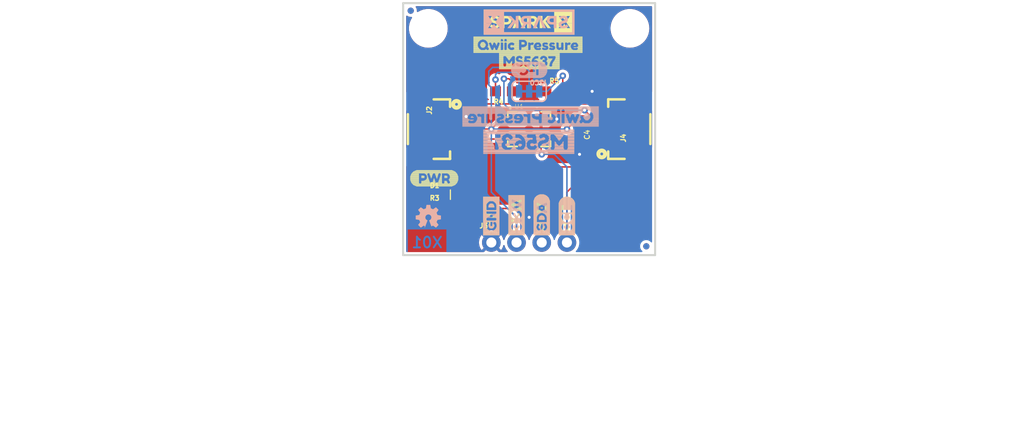
<source format=kicad_pcb>
(kicad_pcb (version 20211014) (generator pcbnew)
  (layers (0 "F.Cu" signal) (31 "B.Cu" signal) (34 "B.Paste" user) (35 "F.Paste" user) (36 "B.SilkS" user "B.Silkscreen") (37 "F.SilkS" user "F.Silkscreen") (38 "B.Mask" user) (39 "F.Mask" user) (44 "Edge.Cuts" user))
  (net 0 "")
  (net 1 "3.3V")
  (net 2 "GND")
  (net 3 "SCL")
  (net 4 "SDA")
  (net 5 "N$1")
  (net 6 "N$2")
  (net 7 "N$3")
  (footprint "eagleBoard:MS5637" (layer "F.Cu") (at 148.5011 105.0036)
    (fp_text reference "U1" (at -1.5 -2) (layer "F.SilkS") (effects (font (size 0.46736 0.46736) (thickness 0.04064)) (justify left bottom)))
    (fp_text value "MS5637")
    (pad "1" smd rect (at -1.2 -1 180) (size 1.4 1) (layers "F.Cu" "F.Paste" "F.Mask") (net 1 "3.3V"))
    (pad "2" smd rect (at -1.2 1 180) (size 1.4 1) (layers "F.Cu" "F.Paste" "F.Mask") (net 4 "SDA"))
    (pad "3" smd rect (at 1.2 1) (size 1.4 1) (layers "F.Cu" "F.Paste" "F.Mask") (net 3 "SCL"))
    (pad "4" smd rect (at 1.2 -1) (size 1.4 1) (layers "F.Cu" "F.Paste" "F.Mask") (net 2 "GND"))
  )
  (footprint "eagleBoard:0603" (layer "F.Cu") (at 145.9611 101.1936 180)
    (fp_text reference "R4" (at 0 -0.762 180) (layer "F.SilkS") (effects (font (size 0.48768 0.48768) (thickness 0.12192)) (justify right top)))
    (fp_text value "2.2k")
    (pad "1" smd rect (at -0.85 0 180) (size 1.1 1) (layers "F.Cu" "F.Paste" "F.Mask") (net 4 "SDA"))
    (pad "2" smd rect (at 0.85 0 180) (size 1.1 1) (layers "F.Cu" "F.Paste" "F.Mask") (net 6 "N$2"))
  )
  (footprint "eagleBoard:0603" (layer "F.Cu") (at 138.9761 113.0046)
    (fp_text reference "R3" (at 0 -0.762) (layer "F.SilkS") (effects (font (size 0.48768 0.48768) (thickness 0.12192)) (justify bottom)))
    (fp_text value "1k")
    (pad "1" smd rect (at -0.85 0) (size 1.1 1) (layers "F.Cu" "F.Paste" "F.Mask") (net 7 "N$3"))
    (pad "2" smd rect (at 0.85 0) (size 1.1 1) (layers "F.Cu" "F.Paste" "F.Mask") (net 1 "3.3V"))
  )
  (footprint "eagleBoard:QWIIC_PRESSURE0" (layer "F.Cu") (at 142.4051 96.4946)
    (fp_text reference "U$8" hide)
    (fp_text value "" hide)
  )
  (footprint "eagleBoard:MICRO-FIDUCIAL" (layer "F.Cu") (at 160.3121 116.8146)
    (fp_text reference "JP2" hide)
    (fp_text value "FIDUCIALUFIDUCIAL" hide)
    (pad "1" smd roundrect (at 0 0) (size 0.635 0.635) (layers "F.Cu" "F.Mask") (roundrect_rratio 0.5))
  )
  (footprint "eagleBoard:STAND-OFF" (layer "F.Cu") (at 138.3411 94.8436)
    (fp_text reference "JP3" hide)
    (fp_text value "STAND-OFF" hide)
    (pad "" np_thru_hole circle (at 0 0) (size 3.302 3.302) (drill 3.302) (layers *.Cu *.Mask))
  )
  (footprint "eagleBoard:1X04_1MM_RA" (layer "F.Cu") (at 140.8811 105.0036 -90)
    (fp_text reference "J2" (at -1.397 2.159 -90) (layer "F.SilkS") (effects (font (size 0.48768 0.48768) (thickness 0.12192)) (justify left bottom)))
    (fp_text value "")
    (pad "1" smd rect (at -1.5 0 270) (size 0.6 1.35) (layers "F.Cu" "F.Paste" "F.Mask") (net 2 "GND"))
    (pad "2" smd rect (at -0.5 0 270) (size 0.6 1.35) (layers "F.Cu" "F.Paste" "F.Mask") (net 1 "3.3V"))
    (pad "3" smd rect (at 0.5 0 270) (size 0.6 1.35) (layers "F.Cu" "F.Paste" "F.Mask") (net 4 "SDA"))
    (pad "4" smd rect (at 1.5 0 270) (size 0.6 1.35) (layers "F.Cu" "F.Paste" "F.Mask") (net 3 "SCL"))
    (pad "NC1" smd rect (at 2.8 3.675 270) (size 1.2 2) (layers "F.Cu" "F.Paste" "F.Mask"))
    (pad "NC2" smd rect (at -2.8 3.675 270) (size 1.2 2) (layers "F.Cu" "F.Paste" "F.Mask"))
  )
  (footprint "eagleBoard:SCL9" (layer "F.Cu") (at 152.3111 116.1796 90)
    (fp_text reference "U$26" hide)
    (fp_text value "" hide)
  )
  (footprint "eagleBoard:LED-0603" (layer "F.Cu") (at 138.9761 111.6076)
    (fp_text reference "D1" (at 0 -0.635) (layer "F.SilkS") (effects (font (size 0.48768 0.48768) (thickness 0.12192)) (justify bottom)))
    (fp_text value "RED")
    (pad "A" smd roundrect (at -0.877 0 270) (size 1 1) (layers "F.Cu" "F.Paste" "F.Mask") (roundrect_rratio 0.15) (net 7 "N$3"))
    (pad "C" smd roundrect (at 0.877 0 270) (size 1 1) (layers "F.Cu" "F.Paste" "F.Mask") (roundrect_rratio 0.15) (net 2 "GND"))
  )
  (footprint "eagleBoard:GND1" (layer "F.Cu") (at 144.6911 116.1796 90)
    (fp_text reference "U$22" hide)
    (fp_text value "" hide)
  )
  (footprint "eagleBoard:CREATIVE_COMMONS" (layer "F.Cu") (at 115.4811 135.4836)
    (fp_text reference "FRAME1" hide)
    (fp_text value "FRAME-LETTER" hide)
  )
  (footprint "eagleBoard:SDA8" (layer "F.Cu") (at 149.7711 116.1796 90)
    (fp_text reference "U$27" hide)
    (fp_text value "" hide)
  )
  (footprint "eagleBoard:3#3V2" (layer "F.Cu") (at 147.2311 116.1796 90)
    (fp_text reference "U$21" hide)
    (fp_text value "" hide)
  )
  (footprint "eagleBoard:0603" (layer "F.Cu") (at 151.0411 101.1936)
    (fp_text reference "R5" (at 0 -0.762) (layer "F.SilkS") (effects (font (size 0.48768 0.48768) (thickness 0.12192)) (justify bottom)))
    (fp_text value "2.2k")
    (pad "1" smd rect (at -0.85 0) (size 1.1 1) (layers "F.Cu" "F.Paste" "F.Mask") (net 3 "SCL"))
    (pad "2" smd rect (at 0.85 0) (size 1.1 1) (layers "F.Cu" "F.Paste" "F.Mask") (net 5 "N$1"))
  )
  (footprint "eagleBoard:SPARKX-MEDIUM" (layer "F.Cu") (at 148.5011 94.2086)
    (fp_text reference "U$1" hide)
    (fp_text value "SPARKX-LOGO4" hide)
  )
  (footprint "eagleBoard:(PWR)" (layer "F.Cu") (at 136.4361 109.9566)
    (fp_text reference "U$10" hide)
    (fp_text value "" hide)
  )
  (footprint "eagleBoard:0603" (layer "F.Cu") (at 153.5811 105.0036 -90)
    (fp_text reference "C4" (at 0 -0.762 90) (layer "F.SilkS") (effects (font (size 0.512064 0.512064) (thickness 0.097536)) (justify right)))
    (fp_text value "0.1uF")
    (pad "1" smd rect (at -0.85 0 270) (size 1.1 1) (layers "F.Cu" "F.Paste" "F.Mask") (net 1 "3.3V"))
    (pad "2" smd rect (at 0.85 0 270) (size 1.1 1) (layers "F.Cu" "F.Paste" "F.Mask") (net 2 "GND"))
  )
  (footprint "eagleBoard:STAND-OFF" (layer "F.Cu") (at 158.6611 94.8436)
    (fp_text reference "JP4" hide)
    (fp_text value "STAND-OFF" hide)
    (pad "" np_thru_hole circle (at 0 0) (size 3.302 3.302) (drill 3.302) (layers *.Cu *.Mask))
  )
  (footprint "eagleBoard:1X04_NO_SILK" (layer "F.Cu") (at 144.6911 116.4336)
    (fp_text reference "J3" (at -1.27 -1.397) (layer "F.SilkS") (effects (font (size 0.48768 0.48768) (thickness 0.12192)) (justify left bottom)))
    (fp_text value "PTH")
    (pad "1" thru_hole circle (at 0 0 90) (size 1.8796 1.8796) (drill 1.016) (layers *.Cu *.Mask) (net 2 "GND"))
    (pad "2" thru_hole circle (at 2.54 0 90) (size 1.8796 1.8796) (drill 1.016) (layers *.Cu *.Mask) (net 1 "3.3V"))
    (pad "3" thru_hole circle (at 5.08 0 90) (size 1.8796 1.8796) (drill 1.016) (layers *.Cu *.Mask) (net 4 "SDA"))
    (pad "4" thru_hole circle (at 7.62 0 90) (size 1.8796 1.8796) (drill 1.016) (layers *.Cu *.Mask) (net 3 "SCL"))
  )
  (footprint "eagleBoard:1X04_1MM_RA" (layer "F.Cu") (at 156.1211 105.0036 90)
    (fp_text reference "J4" (at -1.397 2.159 90) (layer "F.SilkS") (effects (font (size 0.48768 0.48768) (thickness 0.12192)) (justify left bottom)))
    (fp_text value "")
    (pad "1" smd rect (at -1.5 0 90) (size 0.6 1.35) (layers "F.Cu" "F.Paste" "F.Mask") (net 2 "GND"))
    (pad "2" smd rect (at -0.5 0 90) (size 0.6 1.35) (layers "F.Cu" "F.Paste" "F.Mask") (net 1 "3.3V"))
    (pad "3" smd rect (at 0.5 0 90) (size 0.6 1.35) (layers "F.Cu" "F.Paste" "F.Mask") (net 4 "SDA"))
    (pad "4" smd rect (at 1.5 0 90) (size 0.6 1.35) (layers "F.Cu" "F.Paste" "F.Mask") (net 3 "SCL"))
    (pad "NC1" smd rect (at 2.8 3.675 90) (size 1.2 2) (layers "F.Cu" "F.Paste" "F.Mask"))
    (pad "NC2" smd rect (at -2.8 3.675 90) (size 1.2 2) (layers "F.Cu" "F.Paste" "F.Mask"))
  )
  (footprint "eagleBoard:MICRO-FIDUCIAL" (layer "F.Cu") (at 136.5631 93.0656)
    (fp_text reference "JP6" hide)
    (fp_text value "FIDUCIALUFIDUCIAL" hide)
    (pad "1" smd roundrect (at 0 0) (size 0.635 0.635) (layers "F.Cu" "F.Mask") (roundrect_rratio 0.5))
  )
  (footprint "eagleBoard:MS56371" (layer "F.Cu") (at 144.9451 98.1456)
    (fp_text reference "U$7" hide)
    (fp_text value "" hide)
  )
  (footprint "eagleBoard:MICRO-FIDUCIAL" (layer "B.Cu") (at 160.3121 116.8146 180)
    (fp_text reference "JP5" hide)
    (fp_text value "FIDUCIALUFIDUCIAL" hide)
    (pad "1" smd roundrect (at 0 0 180) (size 0.635 0.635) (layers "B.Cu" "B.Mask") (roundrect_rratio 0.5))
  )
  (footprint "eagleBoard:MS56371" (layer "B.Cu") (at 153.8351 106.2736 180)
    (fp_text reference "U$14" hide)
    (fp_text value "" hide)
  )
  (footprint "eagleBoard:SPARKX-MEDIUM" (layer "B.Cu") (at 148.5011 94.2086 180)
    (fp_text reference "U$2" hide)
    (fp_text value "SPARKX-LOGO4" hide)
  )
  (footprint "eagleBoard:(I_SUPER2_C)" (layer "B.Cu") (at 150.4061 99.0346 180)
    (fp_text reference "U$11" hide)
    (fp_text value "" hide)
  )
  (footprint "eagleBoard:OSHW-LOGO-MINI" (layer "B.Cu") (at 138.3411 113.8936 180)
    (fp_text reference "LOGO1" hide)
    (fp_text value "OSHW-LOGOMINI" hide)
  )
  (footprint "eagleBoard:3#3V2" (layer "B.Cu") (at 147.2311 116.1796 90)
    (fp_text reference "U$4" hide)
    (fp_text value "" hide)
  )
  (footprint "eagleBoard:GND1" (layer "B.Cu") (at 144.6911 116.1796 90)
    (fp_text reference "U$3" hide)
    (fp_text value "" hide)
  )
  (footprint "eagleBoard:SDA8" (layer "B.Cu") (at 149.7711 116.1796 90)
    (fp_text reference "U$5" hide)
    (fp_text value "" hide)
  )
  (footprint "eagleBoard:SCL9" (layer "B.Cu") (at 152.3111 116.1796 90)
    (fp_text reference "U$6" hide)
    (fp_text value "" hide)
  )
  (footprint "eagleBoard:MICRO-FIDUCIAL" (layer "B.Cu") (at 136.5631 93.0656 180)
    (fp_text reference "JP1" hide)
    (fp_text value "FIDUCIALUFIDUCIAL" hide)
    (pad "1" smd roundrect (at 0 0 180) (size 0.635 0.635) (layers "B.Cu" "B.Mask") (roundrect_rratio 0.5))
  )
  (footprint "eagleBoard:SMT-JUMPER_3_2-NC_TRACE_SILK" (layer "B.Cu") (at 148.5011 101.1936 180)
    (fp_text reference "I2C0" (at 0 1.143) (layer "B.SilkS") (effects (font (size 0.48768 0.48768) (thickness 0.12192)) (justify right top mirror)))
    (fp_text value "")
    (fp_line (start 0 0) (end 1.016 0) (layer "B.Cu") (width 0.254))
    (fp_line (start 0 0) (end -1.016 0) (layer "B.Cu") (width 0.254))
    (pad "1" smd rect (at -1.016 0 180) (size 0.635 1.27) (layers "B.Cu" "B.Mask") (net 5 "N$1"))
    (pad "2" smd rect (at 0 0 180) (size 0.635 1.27) (layers "B.Cu" "B.Mask") (net 1 "3.3V"))
    (pad "3" smd rect (at 1.016 0 180) (size 0.635 1.27) (layers "B.Cu" "B.Mask") (net 6 "N$2"))
  )
  (footprint "eagleBoard:QWIIC_PRESSURE0" (layer "B.Cu") (at 156.1211 103.7336 180)
    (fp_text reference "U$13" hide)
    (fp_text value "" hide)
  )
  (gr_line (start 161.2011 92.3036) (end 161.2011 117.7036) (layer "Edge.Cuts") (width 0.2032))
  (gr_line (start 135.8011 92.3036) (end 161.2011 92.3036) (layer "Edge.Cuts") (width 0.2032))
  (gr_line (start 161.2011 117.7036) (end 135.8011 117.7036) (layer "Edge.Cuts") (width 0.2032))
  (gr_line (start 135.8011 117.7036) (end 135.8011 92.3036) (layer "Edge.Cuts") (width 0.2032))
  (gr_text "X01" (at 138.2141 116.4336) (layer "B.Cu") (effects (font (size 1.0795 1.0795) (thickness 0.1905)) (justify mirror)))
  (segment (start 154.8511 105.1306) (end 155.2241 105.5036) (width 0.1524) (layer "F.Cu") (net 1))
  (segment (start 139.8261 113.0046) (end 146.3421 113.0046) (width 0.1524) (layer "F.Cu") (net 1))
  (segment (start 153.5421 104.1926) (end 153.5811 104.1536) (width 0.1524) (layer "F.Cu") (net 1))
  (segment (start 147.2311 113.8936) (end 147.2311 116.4336) (width 0.1524) (layer "F.Cu") (net 1))
  (segment (start 154.8511 104.4956) (end 154.8511 105.1306) (width 0.1524) (layer "F.Cu") (net 1))
  (segment (start 147.3011 104.0036) (end 145.6911 104.0036) (width 0.1524) (layer "F.Cu") (net 1))
  (segment (start 153.5811 104.1536) (end 154.5091 104.1536) (width 0.1524) (layer "F.Cu") (net 1))
  (segment (start 153.5811 104.1536) (end 153.1611 104.1536) (width 0.1524) (layer "F.Cu") (net 1))
  (segment (start 153.1611 104.1536) (end 152.3111 105.0036) (width 0.1524) (layer "F.Cu") (net 1))
  (segment (start 142.5321 105.0036) (end 144.6911 105.0036) (width 0.1524) (layer "F.Cu") (net 1))
  (segment (start 140.8811 104.5036) (end 142.0321 104.5036) (width 0.1524) (layer "F.Cu") (net 1))
  (segment (start 156.1211 105.5036) (end 155.2241 105.5036) (width 0.1524) (layer "F.Cu") (net 1))
  (segment (start 145.6911 104.0036) (end 144.6911 105.0036) (width 0.1524) (layer "F.Cu") (net 1))
  (segment (start 154.5091 104.1536) (end 154.8511 104.4956) (width 0.1524) (layer "F.Cu") (net 1))
  (segment (start 142.0321 104.5036) (end 142.5321 105.0036) (width 0.1524) (layer "F.Cu") (net 1))
  (segment (start 146.3421 113.0046) (end 147.2311 113.8936) (width 0.1524) (layer "F.Cu") (net 1))
  (via (at 152.3111 105.0036) (size 0.6604) (drill 0.3048) (layers "F.Cu" "B.Cu") (net 1))
  (via (at 144.6911 105.0036) (size 0.6604) (drill 0.3048) (layers "F.Cu" "B.Cu") (net 1))
  (segment (start 144.6911 111.3536) (end 147.2311 113.8936) (width 0.1524) (layer "B.Cu") (net 1))
  (segment (start 144.6911 100.8126) (end 144.4371 100.5586) (width 0.1524) (layer "B.Cu") (net 1))
  (segment (start 144.6911 105.0036) (end 144.6911 100.8126) (width 0.1524) (layer "B.Cu") (net 1))
  (segment (start 152.3111 105.0036) (end 144.6911 105.0036) (width 0.1524) (layer "B.Cu") (net 1))
  (segment (start 144.4371 100.5586) (end 144.4371 99.1616) (width 0.1524) (layer "B.Cu") (net 1))
  (segment (start 144.8181 98.7806) (end 148.1201 98.7806) (width 0.1524) (layer "B.Cu") (net 1))
  (segment (start 144.4371 99.1616) (end 144.8181 98.7806) (width 0.1524) (layer "B.Cu") (net 1))
  (segment (start 144.6911 105.0036) (end 144.6911 111.3536) (width 0.1524) (layer "B.Cu") (net 1))
  (segment (start 148.5011 101.1936) (end 148.5011 99.1616) (width 0.1524) (layer "B.Cu") (net 1))
  (segment (start 147.2311 113.8936) (end 147.2311 116.4336) (width 0.1524) (layer "B.Cu") (net 1))
  (segment (start 148.5011 99.1616) (end 148.1201 98.7806) (width 0.1524) (layer "B.Cu") (net 1))
  (via (at 142.1511 103.7336) (size 0.6604) (drill 0.3048) (layers "F.Cu" "B.Cu") (net 2))
  (via (at 153.5811 107.5436) (size 0.6604) (drill 0.3048) (layers "F.Cu" "B.Cu") (net 2))
  (via (at 148.5011 113.8936) (size 0.6604) (drill 0.3048) (layers "F.Cu" "B.Cu") (net 2))
  (via (at 154.8511 101.1936) (size 0.6604) (drill 0.3048) (layers "F.Cu" "B.Cu") (net 2))
  (via (at 151.2951 103.9876) (size 0.6604) (drill 0.3048) (layers "F.Cu" "B.Cu") (net 2))
  (segment (start 152.3111 116.4336) (end 152.3111 111.3536) (width 0.1524) (layer "F.Cu") (net 3))
  (segment (start 150.1911 102.4246) (end 150.1521 102.4636) (width 0.1524) (layer "F.Cu") (net 3))
  (segment (start 150.1521 102.4636) (end 149.2631 102.4636) (width 0.1524) (layer "F.Cu") (net 3))
  (segment (start 149.2631 102.4636) (end 139.6111 102.4636) (width 0.1524) (layer "F.Cu") (net 3))
  (segment (start 138.3411 105.7656) (end 139.0791 106.5036) (width 0.1524) (layer "F.Cu") (net 3))
  (segment (start 138.3411 103.7336) (end 138.3411 105.7656) (width 0.1524) (layer "F.Cu") (net 3))
  (segment (start 158.1531 104.1146) (end 158.1531 108.0516) (width 0.1524) (layer "F.Cu") (net 3))
  (segment (start 153.5811 110.0836) (end 156.1211 110.0836) (width 0.1524) (layer "F.Cu") (net 3))
  (segment (start 149.7011 107.4736) (end 149.7711 107.5436) (width 0.1524) (layer "F.Cu") (net 3))
  (segment (start 140.8811 106.5036) (end 139.0791 106.5036) (width 0.1524) (layer "F.Cu") (net 3))
  (segment (start 156.1211 103.5036) (end 155.5101 103.5036) (width 0.1524) (layer "F.Cu") (net 3))
  (segment (start 157.5421 103.5036) (end 158.1531 104.1146) (width 0.1524) (layer "F.Cu") (net 3))
  (segment (start 154.4701 102.4636) (end 150.1521 102.4636) (width 0.1524) (layer "F.Cu") (net 3))
  (segment (start 149.3011 102.5016) (end 149.2631 102.4636) (width 0.1524) (layer "F.Cu") (net 3))
  (segment (start 155.5101 103.5036) (end 154.4701 102.4636) (width 0.1524) (layer "F.Cu") (net 3))
  (segment (start 139.6111 102.4636) (end 138.3411 103.7336) (width 0.1524) (layer "F.Cu") (net 3))
  (segment (start 149.7011 106.0036) (end 149.7011 107.4736) (width 0.1524) (layer "F.Cu") (net 3))
  (segment (start 158.1531 108.0516) (end 156.1211 110.0836) (width 0.1524) (layer "F.Cu") (net 3))
  (segment (start 150.1911 101.1936) (end 150.1911 102.4246) (width 0.1524) (layer "F.Cu") (net 3))
  (segment (start 156.1211 103.5036) (end 157.5421 103.5036) (width 0.1524) (layer "F.Cu") (net 3))
  (segment (start 152.3111 111.3536) (end 153.5811 110.0836) (width 0.1524) (layer "F.Cu") (net 3))
  (via (at 149.7711 107.5436) (size 0.6604) (drill 0.3048) (layers "F.Cu" "B.Cu") (net 3))
  (segment (start 151.0411 107.5436) (end 152.3111 108.8136) (width 0.1524) (layer "B.Cu") (net 3))
  (segment (start 152.3111 108.8136) (end 152.3111 116.4336) (width 0.1524) (layer "B.Cu") (net 3))
  (segment (start 149.7711 107.5436) (end 151.0411 107.5436) (width 0.1524) (layer "B.Cu") (net 3))
  (segment (start 146.4691 99.9236) (end 145.9611 99.9236) (width 0.1524) (layer "F.Cu") (net 4))
  (segment (start 149.7711 116.4336) (end 149.7711 108.8136) (width 0.1524) (layer "F.Cu") (net 4))
  (segment (start 140.8811 105.5036) (end 143.4131 105.5036) (width 0.1524) (layer "F.Cu") (net 4))
  (segment (start 156.1211 108.8136) (end 157.3911 107.5436) (width 0.1524) (layer "F.Cu") (net 4))
  (segment (start 147.3011 106.0036) (end 147.3011 107.6136) (width 0.1524) (layer "F.Cu") (net 4))
  (segment (start 146.4691 99.9236) (end 146.8111 100.2656) (width 0.1524) (layer "F.Cu") (net 4))
  (segment (start 143.9451 106.0036) (end 143.9291 106.0196) (width 0.1524) (layer "F.Cu") (net 4))
  (segment (start 147.3011 107.6136) (end 148.5011 108.8136) (width 0.1524) (layer "F.Cu") (net 4))
  (segment (start 157.0181 104.5036) (end 157.3911 104.8766) (width 0.1524) (layer "F.Cu") (net 4))
  (segment (start 147.3011 106.0036) (end 143.9451 106.0036) (width 0.1524) (layer "F.Cu") (net 4))
  (segment (start 156.1211 104.5036) (end 157.0181 104.5036) (width 0.1524) (layer "F.Cu") (net 4))
  (segment (start 146.8111 101.1936) (end 146.8111 100.2656) (width 0.1524) (layer "F.Cu") (net 4))
  (segment (start 156.1211 104.5036) (end 155.4941 104.5036) (width 0.1524) (layer "F.Cu") (net 4))
  (segment (start 143.4131 105.5036) (end 143.9291 106.0196) (width 0.1524) (layer "F.Cu") (net 4))
  (segment (start 148.5011 108.8136) (end 149.7711 108.8136) (width 0.1524) (layer "F.Cu") (net 4))
  (segment (start 157.3911 104.8766) (end 157.3911 107.5436) (width 0.1524) (layer "F.Cu") (net 4))
  (segment (start 149.7711 108.8136) (end 156.1211 108.8136) (width 0.1524) (layer "F.Cu") (net 4))
  (segment (start 155.4941 104.5036) (end 154.0891 103.0986) (width 0.1524) (layer "F.Cu") (net 4))
  (via (at 154.0891 103.0986) (size 0.6604) (drill 0.3048) (layers "F.Cu" "B.Cu") (net 4))
  (via (at 145.9611 99.9236) (size 0.6604) (drill 0.3048) (layers "F.Cu" "B.Cu") (net 4))
  (segment (start 145.9611 102.4636) (end 145.9611 99.9236) (width 0.1524) (layer "B.Cu") (net 4))
  (segment (start 154.0891 103.0986) (end 146.5961 103.0986) (width 0.1524) (layer "B.Cu") (net 4))
  (segment (start 146.5961 103.0986) (end 145.9611 102.4636) (width 0.1524) (layer "B.Cu") (net 4))
  (segment (start 151.8911 101.1936) (end 151.8911 99.6306) (width 0.1524) (layer "F.Cu") (net 5))
  (via (at 151.8911 99.6306) (size 0.6604) (drill 0.3048) (layers "F.Cu" "B.Cu") (net 5))
  (segment (start 150.3281 101.1936) (end 151.8911 99.6306) (width 0.1524) (layer "B.Cu") (net 5))
  (segment (start 149.5171 101.1936) (end 150.3281 101.1936) (width 0.1524) (layer "B.Cu") (net 5))
  (segment (start 145.1111 101.1936) (end 145.1111 100.0116) (width 0.1524) (layer "F.Cu") (net 6))
  (via (at 145.1111 100.0116) (size 0.6604) (drill 0.3048) (layers "F.Cu" "B.Cu") (net 6))
  (segment (start 147.4851 99.5426) (end 147.2311 99.2886) (width 0.1524) (layer "B.Cu") (net 6))
  (segment (start 145.1111 100.0116) (end 145.1111 99.5036) (width 0.1524) (layer "B.Cu") (net 6))
  (segment (start 147.2311 99.2886) (end 145.3261 99.2886) (width 0.1524) (layer "B.Cu") (net 6))
  (segment (start 147.4851 101.1936) (end 147.4851 99.5426) (width 0.1524) (layer "B.Cu") (net 6))
  (segment (start 145.3261 99.2886) (end 145.1111 99.5036) (width 0.1524) (layer "B.Cu") (net 6))
  (segment (start 138.0991 112.9776) (end 138.1261 113.0046) (width 0.1524) (layer "F.Cu") (net 7))
  (segment (start 138.0991 111.6076) (end 138.0991 112.9776) (width 0.1524) (layer "F.Cu") (net 7))
  (zone (net 2) (net_name "GND") (layer "F.Cu") (priority 6) (connect_pads (clearance 0.3048)) (min_thickness 0.127) (fill yes (thermal_gap 0.304) (thermal_bridge_width 0.304))
    (polygon (pts (xy 161.3281 117.8306) (xy 135.6741 117.8306) (xy 135.6741 92.1766) (xy 161.3281 92.1766)))
  )
  (zone (net 2) (net_name "GND") (layer "B.Cu") (priority 6) (connect_pads (clearance 0.3048)) (min_thickness 0.127) (fill yes (thermal_gap 0.304) (thermal_bridge_width 0.304))
    (polygon (pts (xy 161.3281 117.8306) (xy 135.6741 117.8306) (xy 135.6741 92.1766) (xy 161.3281 92.1766)))
  )
)
</source>
